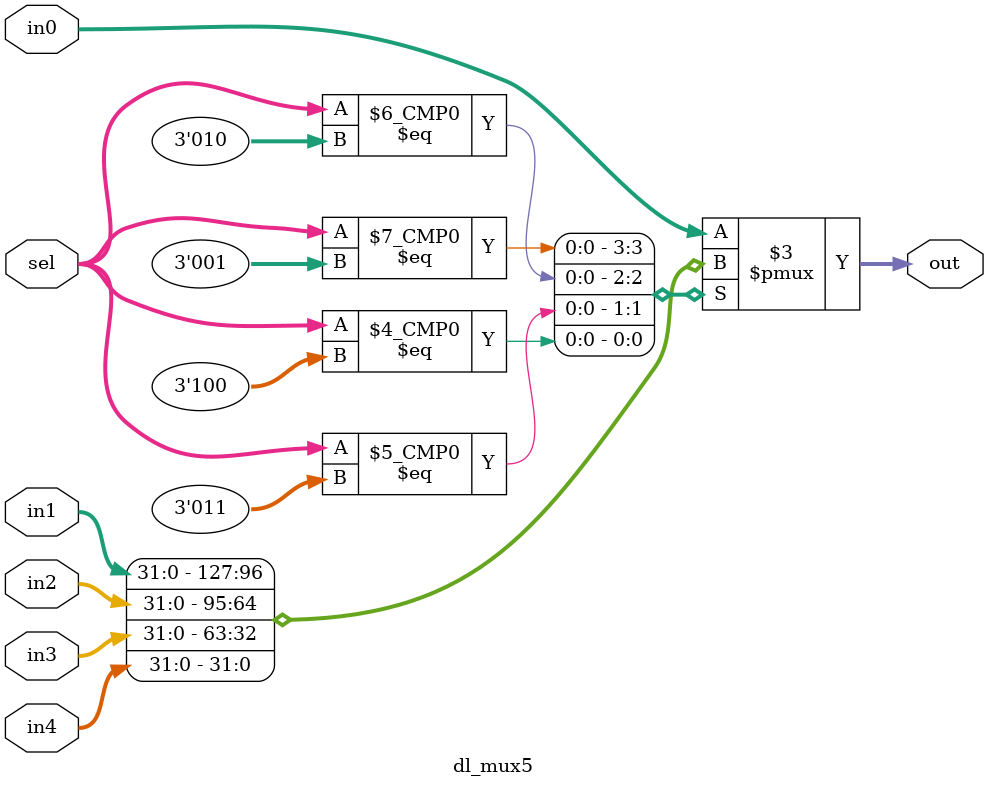
<source format=sv>
/*
   Filename: dl_mux5.sv

   Parameterized 5-to-1 multiplexer implementation
*/
//--------------------------------------------------------------

`ifndef __DL_MUX5_SV__
`define __DL_MUX5_SV__

module dl_mux5 #(
    parameter NUM_BITS = 32
)(
    input  logic [NUM_BITS-1:0]  in0,
    input  logic [NUM_BITS-1:0]  in1,
    input  logic [NUM_BITS-1:0]  in2,
    input  logic [NUM_BITS-1:0]  in3,
    input  logic [NUM_BITS-1:0]  in4,
    input  logic [2:0]           sel,
    output logic [NUM_BITS-1:0]  out
);

    always_comb begin
        case (sel)
            3'd0:   out = in0;
            3'd1:   out = in1;
            3'd2:   out = in2;
            3'd3:   out = in3;
            3'd4:   out = in4;
            default: out = in0;
        endcase
    end
endmodule

`endif // __DL_MUX5_SV__

</source>
